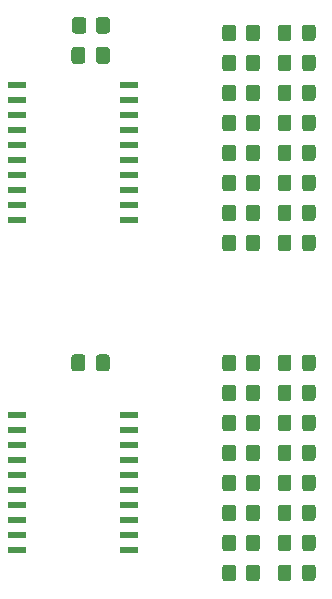
<source format=gbr>
%TF.GenerationSoftware,KiCad,Pcbnew,(5.1.8)-1*%
%TF.CreationDate,2024-07-21T13:57:18+03:00*%
%TF.ProjectId,STACK16,53544143-4b31-4362-9e6b-696361645f70,rev?*%
%TF.SameCoordinates,Original*%
%TF.FileFunction,Paste,Top*%
%TF.FilePolarity,Positive*%
%FSLAX46Y46*%
G04 Gerber Fmt 4.6, Leading zero omitted, Abs format (unit mm)*
G04 Created by KiCad (PCBNEW (5.1.8)-1) date 2024-07-21 13:57:18*
%MOMM*%
%LPD*%
G01*
G04 APERTURE LIST*
%ADD10R,1.500000X0.600000*%
G04 APERTURE END LIST*
D10*
%TO.C,U2*%
X65710000Y-60325000D03*
X65710000Y-61595000D03*
X65710000Y-62865000D03*
X65710000Y-64135000D03*
X65710000Y-65405000D03*
X65710000Y-66675000D03*
X65710000Y-67945000D03*
X65710000Y-69215000D03*
X65710000Y-70485000D03*
X65710000Y-71755000D03*
X56210000Y-71755000D03*
X56210000Y-70485000D03*
X56210000Y-69215000D03*
X56210000Y-67945000D03*
X56210000Y-60325000D03*
X56210000Y-61595000D03*
X56210000Y-62865000D03*
X56210000Y-64135000D03*
X56210000Y-65405000D03*
X56210000Y-66675000D03*
%TD*%
%TO.C,R17*%
G36*
G01*
X74800000Y-73209999D02*
X74800000Y-74110001D01*
G75*
G02*
X74550001Y-74360000I-249999J0D01*
G01*
X73849999Y-74360000D01*
G75*
G02*
X73600000Y-74110001I0J249999D01*
G01*
X73600000Y-73209999D01*
G75*
G02*
X73849999Y-72960000I249999J0D01*
G01*
X74550001Y-72960000D01*
G75*
G02*
X74800000Y-73209999I0J-249999D01*
G01*
G37*
G36*
G01*
X76800000Y-73209999D02*
X76800000Y-74110001D01*
G75*
G02*
X76550001Y-74360000I-249999J0D01*
G01*
X75849999Y-74360000D01*
G75*
G02*
X75600000Y-74110001I0J249999D01*
G01*
X75600000Y-73209999D01*
G75*
G02*
X75849999Y-72960000I249999J0D01*
G01*
X76550001Y-72960000D01*
G75*
G02*
X76800000Y-73209999I0J-249999D01*
G01*
G37*
%TD*%
%TO.C,R16*%
G36*
G01*
X74800000Y-70669999D02*
X74800000Y-71570001D01*
G75*
G02*
X74550001Y-71820000I-249999J0D01*
G01*
X73849999Y-71820000D01*
G75*
G02*
X73600000Y-71570001I0J249999D01*
G01*
X73600000Y-70669999D01*
G75*
G02*
X73849999Y-70420000I249999J0D01*
G01*
X74550001Y-70420000D01*
G75*
G02*
X74800000Y-70669999I0J-249999D01*
G01*
G37*
G36*
G01*
X76800000Y-70669999D02*
X76800000Y-71570001D01*
G75*
G02*
X76550001Y-71820000I-249999J0D01*
G01*
X75849999Y-71820000D01*
G75*
G02*
X75600000Y-71570001I0J249999D01*
G01*
X75600000Y-70669999D01*
G75*
G02*
X75849999Y-70420000I249999J0D01*
G01*
X76550001Y-70420000D01*
G75*
G02*
X76800000Y-70669999I0J-249999D01*
G01*
G37*
%TD*%
%TO.C,R15*%
G36*
G01*
X74800000Y-68129999D02*
X74800000Y-69030001D01*
G75*
G02*
X74550001Y-69280000I-249999J0D01*
G01*
X73849999Y-69280000D01*
G75*
G02*
X73600000Y-69030001I0J249999D01*
G01*
X73600000Y-68129999D01*
G75*
G02*
X73849999Y-67880000I249999J0D01*
G01*
X74550001Y-67880000D01*
G75*
G02*
X74800000Y-68129999I0J-249999D01*
G01*
G37*
G36*
G01*
X76800000Y-68129999D02*
X76800000Y-69030001D01*
G75*
G02*
X76550001Y-69280000I-249999J0D01*
G01*
X75849999Y-69280000D01*
G75*
G02*
X75600000Y-69030001I0J249999D01*
G01*
X75600000Y-68129999D01*
G75*
G02*
X75849999Y-67880000I249999J0D01*
G01*
X76550001Y-67880000D01*
G75*
G02*
X76800000Y-68129999I0J-249999D01*
G01*
G37*
%TD*%
%TO.C,R14*%
G36*
G01*
X74800000Y-65589999D02*
X74800000Y-66490001D01*
G75*
G02*
X74550001Y-66740000I-249999J0D01*
G01*
X73849999Y-66740000D01*
G75*
G02*
X73600000Y-66490001I0J249999D01*
G01*
X73600000Y-65589999D01*
G75*
G02*
X73849999Y-65340000I249999J0D01*
G01*
X74550001Y-65340000D01*
G75*
G02*
X74800000Y-65589999I0J-249999D01*
G01*
G37*
G36*
G01*
X76800000Y-65589999D02*
X76800000Y-66490001D01*
G75*
G02*
X76550001Y-66740000I-249999J0D01*
G01*
X75849999Y-66740000D01*
G75*
G02*
X75600000Y-66490001I0J249999D01*
G01*
X75600000Y-65589999D01*
G75*
G02*
X75849999Y-65340000I249999J0D01*
G01*
X76550001Y-65340000D01*
G75*
G02*
X76800000Y-65589999I0J-249999D01*
G01*
G37*
%TD*%
%TO.C,R13*%
G36*
G01*
X74800000Y-63049999D02*
X74800000Y-63950001D01*
G75*
G02*
X74550001Y-64200000I-249999J0D01*
G01*
X73849999Y-64200000D01*
G75*
G02*
X73600000Y-63950001I0J249999D01*
G01*
X73600000Y-63049999D01*
G75*
G02*
X73849999Y-62800000I249999J0D01*
G01*
X74550001Y-62800000D01*
G75*
G02*
X74800000Y-63049999I0J-249999D01*
G01*
G37*
G36*
G01*
X76800000Y-63049999D02*
X76800000Y-63950001D01*
G75*
G02*
X76550001Y-64200000I-249999J0D01*
G01*
X75849999Y-64200000D01*
G75*
G02*
X75600000Y-63950001I0J249999D01*
G01*
X75600000Y-63049999D01*
G75*
G02*
X75849999Y-62800000I249999J0D01*
G01*
X76550001Y-62800000D01*
G75*
G02*
X76800000Y-63049999I0J-249999D01*
G01*
G37*
%TD*%
%TO.C,R12*%
G36*
G01*
X74800000Y-60509999D02*
X74800000Y-61410001D01*
G75*
G02*
X74550001Y-61660000I-249999J0D01*
G01*
X73849999Y-61660000D01*
G75*
G02*
X73600000Y-61410001I0J249999D01*
G01*
X73600000Y-60509999D01*
G75*
G02*
X73849999Y-60260000I249999J0D01*
G01*
X74550001Y-60260000D01*
G75*
G02*
X74800000Y-60509999I0J-249999D01*
G01*
G37*
G36*
G01*
X76800000Y-60509999D02*
X76800000Y-61410001D01*
G75*
G02*
X76550001Y-61660000I-249999J0D01*
G01*
X75849999Y-61660000D01*
G75*
G02*
X75600000Y-61410001I0J249999D01*
G01*
X75600000Y-60509999D01*
G75*
G02*
X75849999Y-60260000I249999J0D01*
G01*
X76550001Y-60260000D01*
G75*
G02*
X76800000Y-60509999I0J-249999D01*
G01*
G37*
%TD*%
%TO.C,R11*%
G36*
G01*
X74800000Y-57969999D02*
X74800000Y-58870001D01*
G75*
G02*
X74550001Y-59120000I-249999J0D01*
G01*
X73849999Y-59120000D01*
G75*
G02*
X73600000Y-58870001I0J249999D01*
G01*
X73600000Y-57969999D01*
G75*
G02*
X73849999Y-57720000I249999J0D01*
G01*
X74550001Y-57720000D01*
G75*
G02*
X74800000Y-57969999I0J-249999D01*
G01*
G37*
G36*
G01*
X76800000Y-57969999D02*
X76800000Y-58870001D01*
G75*
G02*
X76550001Y-59120000I-249999J0D01*
G01*
X75849999Y-59120000D01*
G75*
G02*
X75600000Y-58870001I0J249999D01*
G01*
X75600000Y-57969999D01*
G75*
G02*
X75849999Y-57720000I249999J0D01*
G01*
X76550001Y-57720000D01*
G75*
G02*
X76800000Y-57969999I0J-249999D01*
G01*
G37*
%TD*%
%TO.C,R10*%
G36*
G01*
X74800000Y-55429999D02*
X74800000Y-56330001D01*
G75*
G02*
X74550001Y-56580000I-249999J0D01*
G01*
X73849999Y-56580000D01*
G75*
G02*
X73600000Y-56330001I0J249999D01*
G01*
X73600000Y-55429999D01*
G75*
G02*
X73849999Y-55180000I249999J0D01*
G01*
X74550001Y-55180000D01*
G75*
G02*
X74800000Y-55429999I0J-249999D01*
G01*
G37*
G36*
G01*
X76800000Y-55429999D02*
X76800000Y-56330001D01*
G75*
G02*
X76550001Y-56580000I-249999J0D01*
G01*
X75849999Y-56580000D01*
G75*
G02*
X75600000Y-56330001I0J249999D01*
G01*
X75600000Y-55429999D01*
G75*
G02*
X75849999Y-55180000I249999J0D01*
G01*
X76550001Y-55180000D01*
G75*
G02*
X76800000Y-55429999I0J-249999D01*
G01*
G37*
%TD*%
%TO.C,D16*%
G36*
G01*
X79460000Y-73209999D02*
X79460000Y-74110001D01*
G75*
G02*
X79210001Y-74360000I-249999J0D01*
G01*
X78559999Y-74360000D01*
G75*
G02*
X78310000Y-74110001I0J249999D01*
G01*
X78310000Y-73209999D01*
G75*
G02*
X78559999Y-72960000I249999J0D01*
G01*
X79210001Y-72960000D01*
G75*
G02*
X79460000Y-73209999I0J-249999D01*
G01*
G37*
G36*
G01*
X81510000Y-73209999D02*
X81510000Y-74110001D01*
G75*
G02*
X81260001Y-74360000I-249999J0D01*
G01*
X80609999Y-74360000D01*
G75*
G02*
X80360000Y-74110001I0J249999D01*
G01*
X80360000Y-73209999D01*
G75*
G02*
X80609999Y-72960000I249999J0D01*
G01*
X81260001Y-72960000D01*
G75*
G02*
X81510000Y-73209999I0J-249999D01*
G01*
G37*
%TD*%
%TO.C,D15*%
G36*
G01*
X79460000Y-70669999D02*
X79460000Y-71570001D01*
G75*
G02*
X79210001Y-71820000I-249999J0D01*
G01*
X78559999Y-71820000D01*
G75*
G02*
X78310000Y-71570001I0J249999D01*
G01*
X78310000Y-70669999D01*
G75*
G02*
X78559999Y-70420000I249999J0D01*
G01*
X79210001Y-70420000D01*
G75*
G02*
X79460000Y-70669999I0J-249999D01*
G01*
G37*
G36*
G01*
X81510000Y-70669999D02*
X81510000Y-71570001D01*
G75*
G02*
X81260001Y-71820000I-249999J0D01*
G01*
X80609999Y-71820000D01*
G75*
G02*
X80360000Y-71570001I0J249999D01*
G01*
X80360000Y-70669999D01*
G75*
G02*
X80609999Y-70420000I249999J0D01*
G01*
X81260001Y-70420000D01*
G75*
G02*
X81510000Y-70669999I0J-249999D01*
G01*
G37*
%TD*%
%TO.C,D14*%
G36*
G01*
X79460000Y-68129999D02*
X79460000Y-69030001D01*
G75*
G02*
X79210001Y-69280000I-249999J0D01*
G01*
X78559999Y-69280000D01*
G75*
G02*
X78310000Y-69030001I0J249999D01*
G01*
X78310000Y-68129999D01*
G75*
G02*
X78559999Y-67880000I249999J0D01*
G01*
X79210001Y-67880000D01*
G75*
G02*
X79460000Y-68129999I0J-249999D01*
G01*
G37*
G36*
G01*
X81510000Y-68129999D02*
X81510000Y-69030001D01*
G75*
G02*
X81260001Y-69280000I-249999J0D01*
G01*
X80609999Y-69280000D01*
G75*
G02*
X80360000Y-69030001I0J249999D01*
G01*
X80360000Y-68129999D01*
G75*
G02*
X80609999Y-67880000I249999J0D01*
G01*
X81260001Y-67880000D01*
G75*
G02*
X81510000Y-68129999I0J-249999D01*
G01*
G37*
%TD*%
%TO.C,D13*%
G36*
G01*
X79460000Y-65589999D02*
X79460000Y-66490001D01*
G75*
G02*
X79210001Y-66740000I-249999J0D01*
G01*
X78559999Y-66740000D01*
G75*
G02*
X78310000Y-66490001I0J249999D01*
G01*
X78310000Y-65589999D01*
G75*
G02*
X78559999Y-65340000I249999J0D01*
G01*
X79210001Y-65340000D01*
G75*
G02*
X79460000Y-65589999I0J-249999D01*
G01*
G37*
G36*
G01*
X81510000Y-65589999D02*
X81510000Y-66490001D01*
G75*
G02*
X81260001Y-66740000I-249999J0D01*
G01*
X80609999Y-66740000D01*
G75*
G02*
X80360000Y-66490001I0J249999D01*
G01*
X80360000Y-65589999D01*
G75*
G02*
X80609999Y-65340000I249999J0D01*
G01*
X81260001Y-65340000D01*
G75*
G02*
X81510000Y-65589999I0J-249999D01*
G01*
G37*
%TD*%
%TO.C,D12*%
G36*
G01*
X79460000Y-63049999D02*
X79460000Y-63950001D01*
G75*
G02*
X79210001Y-64200000I-249999J0D01*
G01*
X78559999Y-64200000D01*
G75*
G02*
X78310000Y-63950001I0J249999D01*
G01*
X78310000Y-63049999D01*
G75*
G02*
X78559999Y-62800000I249999J0D01*
G01*
X79210001Y-62800000D01*
G75*
G02*
X79460000Y-63049999I0J-249999D01*
G01*
G37*
G36*
G01*
X81510000Y-63049999D02*
X81510000Y-63950001D01*
G75*
G02*
X81260001Y-64200000I-249999J0D01*
G01*
X80609999Y-64200000D01*
G75*
G02*
X80360000Y-63950001I0J249999D01*
G01*
X80360000Y-63049999D01*
G75*
G02*
X80609999Y-62800000I249999J0D01*
G01*
X81260001Y-62800000D01*
G75*
G02*
X81510000Y-63049999I0J-249999D01*
G01*
G37*
%TD*%
%TO.C,D11*%
G36*
G01*
X79460000Y-60509999D02*
X79460000Y-61410001D01*
G75*
G02*
X79210001Y-61660000I-249999J0D01*
G01*
X78559999Y-61660000D01*
G75*
G02*
X78310000Y-61410001I0J249999D01*
G01*
X78310000Y-60509999D01*
G75*
G02*
X78559999Y-60260000I249999J0D01*
G01*
X79210001Y-60260000D01*
G75*
G02*
X79460000Y-60509999I0J-249999D01*
G01*
G37*
G36*
G01*
X81510000Y-60509999D02*
X81510000Y-61410001D01*
G75*
G02*
X81260001Y-61660000I-249999J0D01*
G01*
X80609999Y-61660000D01*
G75*
G02*
X80360000Y-61410001I0J249999D01*
G01*
X80360000Y-60509999D01*
G75*
G02*
X80609999Y-60260000I249999J0D01*
G01*
X81260001Y-60260000D01*
G75*
G02*
X81510000Y-60509999I0J-249999D01*
G01*
G37*
%TD*%
%TO.C,D10*%
G36*
G01*
X79460000Y-57969999D02*
X79460000Y-58870001D01*
G75*
G02*
X79210001Y-59120000I-249999J0D01*
G01*
X78559999Y-59120000D01*
G75*
G02*
X78310000Y-58870001I0J249999D01*
G01*
X78310000Y-57969999D01*
G75*
G02*
X78559999Y-57720000I249999J0D01*
G01*
X79210001Y-57720000D01*
G75*
G02*
X79460000Y-57969999I0J-249999D01*
G01*
G37*
G36*
G01*
X81510000Y-57969999D02*
X81510000Y-58870001D01*
G75*
G02*
X81260001Y-59120000I-249999J0D01*
G01*
X80609999Y-59120000D01*
G75*
G02*
X80360000Y-58870001I0J249999D01*
G01*
X80360000Y-57969999D01*
G75*
G02*
X80609999Y-57720000I249999J0D01*
G01*
X81260001Y-57720000D01*
G75*
G02*
X81510000Y-57969999I0J-249999D01*
G01*
G37*
%TD*%
%TO.C,D9*%
G36*
G01*
X79460000Y-55429999D02*
X79460000Y-56330001D01*
G75*
G02*
X79210001Y-56580000I-249999J0D01*
G01*
X78559999Y-56580000D01*
G75*
G02*
X78310000Y-56330001I0J249999D01*
G01*
X78310000Y-55429999D01*
G75*
G02*
X78559999Y-55180000I249999J0D01*
G01*
X79210001Y-55180000D01*
G75*
G02*
X79460000Y-55429999I0J-249999D01*
G01*
G37*
G36*
G01*
X81510000Y-55429999D02*
X81510000Y-56330001D01*
G75*
G02*
X81260001Y-56580000I-249999J0D01*
G01*
X80609999Y-56580000D01*
G75*
G02*
X80360000Y-56330001I0J249999D01*
G01*
X80360000Y-55429999D01*
G75*
G02*
X80609999Y-55180000I249999J0D01*
G01*
X81260001Y-55180000D01*
G75*
G02*
X81510000Y-55429999I0J-249999D01*
G01*
G37*
%TD*%
%TO.C,C2*%
G36*
G01*
X62012500Y-55405000D02*
X62012500Y-56355000D01*
G75*
G02*
X61762500Y-56605000I-250000J0D01*
G01*
X61087500Y-56605000D01*
G75*
G02*
X60837500Y-56355000I0J250000D01*
G01*
X60837500Y-55405000D01*
G75*
G02*
X61087500Y-55155000I250000J0D01*
G01*
X61762500Y-55155000D01*
G75*
G02*
X62012500Y-55405000I0J-250000D01*
G01*
G37*
G36*
G01*
X64087500Y-55405000D02*
X64087500Y-56355000D01*
G75*
G02*
X63837500Y-56605000I-250000J0D01*
G01*
X63162500Y-56605000D01*
G75*
G02*
X62912500Y-56355000I0J250000D01*
G01*
X62912500Y-55405000D01*
G75*
G02*
X63162500Y-55155000I250000J0D01*
G01*
X63837500Y-55155000D01*
G75*
G02*
X64087500Y-55405000I0J-250000D01*
G01*
G37*
%TD*%
%TO.C,R9*%
G36*
G01*
X62900000Y-27755001D02*
X62900000Y-26854999D01*
G75*
G02*
X63149999Y-26605000I249999J0D01*
G01*
X63850001Y-26605000D01*
G75*
G02*
X64100000Y-26854999I0J-249999D01*
G01*
X64100000Y-27755001D01*
G75*
G02*
X63850001Y-28005000I-249999J0D01*
G01*
X63149999Y-28005000D01*
G75*
G02*
X62900000Y-27755001I0J249999D01*
G01*
G37*
G36*
G01*
X60900000Y-27755001D02*
X60900000Y-26854999D01*
G75*
G02*
X61149999Y-26605000I249999J0D01*
G01*
X61850001Y-26605000D01*
G75*
G02*
X62100000Y-26854999I0J-249999D01*
G01*
X62100000Y-27755001D01*
G75*
G02*
X61850001Y-28005000I-249999J0D01*
G01*
X61149999Y-28005000D01*
G75*
G02*
X60900000Y-27755001I0J249999D01*
G01*
G37*
%TD*%
%TO.C,C1*%
G36*
G01*
X64087500Y-29370000D02*
X64087500Y-30320000D01*
G75*
G02*
X63837500Y-30570000I-250000J0D01*
G01*
X63162500Y-30570000D01*
G75*
G02*
X62912500Y-30320000I0J250000D01*
G01*
X62912500Y-29370000D01*
G75*
G02*
X63162500Y-29120000I250000J0D01*
G01*
X63837500Y-29120000D01*
G75*
G02*
X64087500Y-29370000I0J-250000D01*
G01*
G37*
G36*
G01*
X62012500Y-29370000D02*
X62012500Y-30320000D01*
G75*
G02*
X61762500Y-30570000I-250000J0D01*
G01*
X61087500Y-30570000D01*
G75*
G02*
X60837500Y-30320000I0J250000D01*
G01*
X60837500Y-29370000D01*
G75*
G02*
X61087500Y-29120000I250000J0D01*
G01*
X61762500Y-29120000D01*
G75*
G02*
X62012500Y-29370000I0J-250000D01*
G01*
G37*
%TD*%
%TO.C,D1*%
G36*
G01*
X81510000Y-27489999D02*
X81510000Y-28390001D01*
G75*
G02*
X81260001Y-28640000I-249999J0D01*
G01*
X80609999Y-28640000D01*
G75*
G02*
X80360000Y-28390001I0J249999D01*
G01*
X80360000Y-27489999D01*
G75*
G02*
X80609999Y-27240000I249999J0D01*
G01*
X81260001Y-27240000D01*
G75*
G02*
X81510000Y-27489999I0J-249999D01*
G01*
G37*
G36*
G01*
X79460000Y-27489999D02*
X79460000Y-28390001D01*
G75*
G02*
X79210001Y-28640000I-249999J0D01*
G01*
X78559999Y-28640000D01*
G75*
G02*
X78310000Y-28390001I0J249999D01*
G01*
X78310000Y-27489999D01*
G75*
G02*
X78559999Y-27240000I249999J0D01*
G01*
X79210001Y-27240000D01*
G75*
G02*
X79460000Y-27489999I0J-249999D01*
G01*
G37*
%TD*%
%TO.C,D2*%
G36*
G01*
X81510000Y-30029999D02*
X81510000Y-30930001D01*
G75*
G02*
X81260001Y-31180000I-249999J0D01*
G01*
X80609999Y-31180000D01*
G75*
G02*
X80360000Y-30930001I0J249999D01*
G01*
X80360000Y-30029999D01*
G75*
G02*
X80609999Y-29780000I249999J0D01*
G01*
X81260001Y-29780000D01*
G75*
G02*
X81510000Y-30029999I0J-249999D01*
G01*
G37*
G36*
G01*
X79460000Y-30029999D02*
X79460000Y-30930001D01*
G75*
G02*
X79210001Y-31180000I-249999J0D01*
G01*
X78559999Y-31180000D01*
G75*
G02*
X78310000Y-30930001I0J249999D01*
G01*
X78310000Y-30029999D01*
G75*
G02*
X78559999Y-29780000I249999J0D01*
G01*
X79210001Y-29780000D01*
G75*
G02*
X79460000Y-30029999I0J-249999D01*
G01*
G37*
%TD*%
%TO.C,D3*%
G36*
G01*
X79460000Y-32569999D02*
X79460000Y-33470001D01*
G75*
G02*
X79210001Y-33720000I-249999J0D01*
G01*
X78559999Y-33720000D01*
G75*
G02*
X78310000Y-33470001I0J249999D01*
G01*
X78310000Y-32569999D01*
G75*
G02*
X78559999Y-32320000I249999J0D01*
G01*
X79210001Y-32320000D01*
G75*
G02*
X79460000Y-32569999I0J-249999D01*
G01*
G37*
G36*
G01*
X81510000Y-32569999D02*
X81510000Y-33470001D01*
G75*
G02*
X81260001Y-33720000I-249999J0D01*
G01*
X80609999Y-33720000D01*
G75*
G02*
X80360000Y-33470001I0J249999D01*
G01*
X80360000Y-32569999D01*
G75*
G02*
X80609999Y-32320000I249999J0D01*
G01*
X81260001Y-32320000D01*
G75*
G02*
X81510000Y-32569999I0J-249999D01*
G01*
G37*
%TD*%
%TO.C,D4*%
G36*
G01*
X81510000Y-35109999D02*
X81510000Y-36010001D01*
G75*
G02*
X81260001Y-36260000I-249999J0D01*
G01*
X80609999Y-36260000D01*
G75*
G02*
X80360000Y-36010001I0J249999D01*
G01*
X80360000Y-35109999D01*
G75*
G02*
X80609999Y-34860000I249999J0D01*
G01*
X81260001Y-34860000D01*
G75*
G02*
X81510000Y-35109999I0J-249999D01*
G01*
G37*
G36*
G01*
X79460000Y-35109999D02*
X79460000Y-36010001D01*
G75*
G02*
X79210001Y-36260000I-249999J0D01*
G01*
X78559999Y-36260000D01*
G75*
G02*
X78310000Y-36010001I0J249999D01*
G01*
X78310000Y-35109999D01*
G75*
G02*
X78559999Y-34860000I249999J0D01*
G01*
X79210001Y-34860000D01*
G75*
G02*
X79460000Y-35109999I0J-249999D01*
G01*
G37*
%TD*%
%TO.C,D5*%
G36*
G01*
X79460000Y-37649999D02*
X79460000Y-38550001D01*
G75*
G02*
X79210001Y-38800000I-249999J0D01*
G01*
X78559999Y-38800000D01*
G75*
G02*
X78310000Y-38550001I0J249999D01*
G01*
X78310000Y-37649999D01*
G75*
G02*
X78559999Y-37400000I249999J0D01*
G01*
X79210001Y-37400000D01*
G75*
G02*
X79460000Y-37649999I0J-249999D01*
G01*
G37*
G36*
G01*
X81510000Y-37649999D02*
X81510000Y-38550001D01*
G75*
G02*
X81260001Y-38800000I-249999J0D01*
G01*
X80609999Y-38800000D01*
G75*
G02*
X80360000Y-38550001I0J249999D01*
G01*
X80360000Y-37649999D01*
G75*
G02*
X80609999Y-37400000I249999J0D01*
G01*
X81260001Y-37400000D01*
G75*
G02*
X81510000Y-37649999I0J-249999D01*
G01*
G37*
%TD*%
%TO.C,D6*%
G36*
G01*
X79460000Y-40189999D02*
X79460000Y-41090001D01*
G75*
G02*
X79210001Y-41340000I-249999J0D01*
G01*
X78559999Y-41340000D01*
G75*
G02*
X78310000Y-41090001I0J249999D01*
G01*
X78310000Y-40189999D01*
G75*
G02*
X78559999Y-39940000I249999J0D01*
G01*
X79210001Y-39940000D01*
G75*
G02*
X79460000Y-40189999I0J-249999D01*
G01*
G37*
G36*
G01*
X81510000Y-40189999D02*
X81510000Y-41090001D01*
G75*
G02*
X81260001Y-41340000I-249999J0D01*
G01*
X80609999Y-41340000D01*
G75*
G02*
X80360000Y-41090001I0J249999D01*
G01*
X80360000Y-40189999D01*
G75*
G02*
X80609999Y-39940000I249999J0D01*
G01*
X81260001Y-39940000D01*
G75*
G02*
X81510000Y-40189999I0J-249999D01*
G01*
G37*
%TD*%
%TO.C,D7*%
G36*
G01*
X79460000Y-42729999D02*
X79460000Y-43630001D01*
G75*
G02*
X79210001Y-43880000I-249999J0D01*
G01*
X78559999Y-43880000D01*
G75*
G02*
X78310000Y-43630001I0J249999D01*
G01*
X78310000Y-42729999D01*
G75*
G02*
X78559999Y-42480000I249999J0D01*
G01*
X79210001Y-42480000D01*
G75*
G02*
X79460000Y-42729999I0J-249999D01*
G01*
G37*
G36*
G01*
X81510000Y-42729999D02*
X81510000Y-43630001D01*
G75*
G02*
X81260001Y-43880000I-249999J0D01*
G01*
X80609999Y-43880000D01*
G75*
G02*
X80360000Y-43630001I0J249999D01*
G01*
X80360000Y-42729999D01*
G75*
G02*
X80609999Y-42480000I249999J0D01*
G01*
X81260001Y-42480000D01*
G75*
G02*
X81510000Y-42729999I0J-249999D01*
G01*
G37*
%TD*%
%TO.C,D8*%
G36*
G01*
X81510000Y-45269999D02*
X81510000Y-46170001D01*
G75*
G02*
X81260001Y-46420000I-249999J0D01*
G01*
X80609999Y-46420000D01*
G75*
G02*
X80360000Y-46170001I0J249999D01*
G01*
X80360000Y-45269999D01*
G75*
G02*
X80609999Y-45020000I249999J0D01*
G01*
X81260001Y-45020000D01*
G75*
G02*
X81510000Y-45269999I0J-249999D01*
G01*
G37*
G36*
G01*
X79460000Y-45269999D02*
X79460000Y-46170001D01*
G75*
G02*
X79210001Y-46420000I-249999J0D01*
G01*
X78559999Y-46420000D01*
G75*
G02*
X78310000Y-46170001I0J249999D01*
G01*
X78310000Y-45269999D01*
G75*
G02*
X78559999Y-45020000I249999J0D01*
G01*
X79210001Y-45020000D01*
G75*
G02*
X79460000Y-45269999I0J-249999D01*
G01*
G37*
%TD*%
%TO.C,R1*%
G36*
G01*
X76800000Y-27489999D02*
X76800000Y-28390001D01*
G75*
G02*
X76550001Y-28640000I-249999J0D01*
G01*
X75849999Y-28640000D01*
G75*
G02*
X75600000Y-28390001I0J249999D01*
G01*
X75600000Y-27489999D01*
G75*
G02*
X75849999Y-27240000I249999J0D01*
G01*
X76550001Y-27240000D01*
G75*
G02*
X76800000Y-27489999I0J-249999D01*
G01*
G37*
G36*
G01*
X74800000Y-27489999D02*
X74800000Y-28390001D01*
G75*
G02*
X74550001Y-28640000I-249999J0D01*
G01*
X73849999Y-28640000D01*
G75*
G02*
X73600000Y-28390001I0J249999D01*
G01*
X73600000Y-27489999D01*
G75*
G02*
X73849999Y-27240000I249999J0D01*
G01*
X74550001Y-27240000D01*
G75*
G02*
X74800000Y-27489999I0J-249999D01*
G01*
G37*
%TD*%
%TO.C,R2*%
G36*
G01*
X76800000Y-30029999D02*
X76800000Y-30930001D01*
G75*
G02*
X76550001Y-31180000I-249999J0D01*
G01*
X75849999Y-31180000D01*
G75*
G02*
X75600000Y-30930001I0J249999D01*
G01*
X75600000Y-30029999D01*
G75*
G02*
X75849999Y-29780000I249999J0D01*
G01*
X76550001Y-29780000D01*
G75*
G02*
X76800000Y-30029999I0J-249999D01*
G01*
G37*
G36*
G01*
X74800000Y-30029999D02*
X74800000Y-30930001D01*
G75*
G02*
X74550001Y-31180000I-249999J0D01*
G01*
X73849999Y-31180000D01*
G75*
G02*
X73600000Y-30930001I0J249999D01*
G01*
X73600000Y-30029999D01*
G75*
G02*
X73849999Y-29780000I249999J0D01*
G01*
X74550001Y-29780000D01*
G75*
G02*
X74800000Y-30029999I0J-249999D01*
G01*
G37*
%TD*%
%TO.C,R3*%
G36*
G01*
X74800000Y-32569999D02*
X74800000Y-33470001D01*
G75*
G02*
X74550001Y-33720000I-249999J0D01*
G01*
X73849999Y-33720000D01*
G75*
G02*
X73600000Y-33470001I0J249999D01*
G01*
X73600000Y-32569999D01*
G75*
G02*
X73849999Y-32320000I249999J0D01*
G01*
X74550001Y-32320000D01*
G75*
G02*
X74800000Y-32569999I0J-249999D01*
G01*
G37*
G36*
G01*
X76800000Y-32569999D02*
X76800000Y-33470001D01*
G75*
G02*
X76550001Y-33720000I-249999J0D01*
G01*
X75849999Y-33720000D01*
G75*
G02*
X75600000Y-33470001I0J249999D01*
G01*
X75600000Y-32569999D01*
G75*
G02*
X75849999Y-32320000I249999J0D01*
G01*
X76550001Y-32320000D01*
G75*
G02*
X76800000Y-32569999I0J-249999D01*
G01*
G37*
%TD*%
%TO.C,R4*%
G36*
G01*
X74800000Y-35109999D02*
X74800000Y-36010001D01*
G75*
G02*
X74550001Y-36260000I-249999J0D01*
G01*
X73849999Y-36260000D01*
G75*
G02*
X73600000Y-36010001I0J249999D01*
G01*
X73600000Y-35109999D01*
G75*
G02*
X73849999Y-34860000I249999J0D01*
G01*
X74550001Y-34860000D01*
G75*
G02*
X74800000Y-35109999I0J-249999D01*
G01*
G37*
G36*
G01*
X76800000Y-35109999D02*
X76800000Y-36010001D01*
G75*
G02*
X76550001Y-36260000I-249999J0D01*
G01*
X75849999Y-36260000D01*
G75*
G02*
X75600000Y-36010001I0J249999D01*
G01*
X75600000Y-35109999D01*
G75*
G02*
X75849999Y-34860000I249999J0D01*
G01*
X76550001Y-34860000D01*
G75*
G02*
X76800000Y-35109999I0J-249999D01*
G01*
G37*
%TD*%
%TO.C,R5*%
G36*
G01*
X76800000Y-37649999D02*
X76800000Y-38550001D01*
G75*
G02*
X76550001Y-38800000I-249999J0D01*
G01*
X75849999Y-38800000D01*
G75*
G02*
X75600000Y-38550001I0J249999D01*
G01*
X75600000Y-37649999D01*
G75*
G02*
X75849999Y-37400000I249999J0D01*
G01*
X76550001Y-37400000D01*
G75*
G02*
X76800000Y-37649999I0J-249999D01*
G01*
G37*
G36*
G01*
X74800000Y-37649999D02*
X74800000Y-38550001D01*
G75*
G02*
X74550001Y-38800000I-249999J0D01*
G01*
X73849999Y-38800000D01*
G75*
G02*
X73600000Y-38550001I0J249999D01*
G01*
X73600000Y-37649999D01*
G75*
G02*
X73849999Y-37400000I249999J0D01*
G01*
X74550001Y-37400000D01*
G75*
G02*
X74800000Y-37649999I0J-249999D01*
G01*
G37*
%TD*%
%TO.C,R6*%
G36*
G01*
X74800000Y-40189999D02*
X74800000Y-41090001D01*
G75*
G02*
X74550001Y-41340000I-249999J0D01*
G01*
X73849999Y-41340000D01*
G75*
G02*
X73600000Y-41090001I0J249999D01*
G01*
X73600000Y-40189999D01*
G75*
G02*
X73849999Y-39940000I249999J0D01*
G01*
X74550001Y-39940000D01*
G75*
G02*
X74800000Y-40189999I0J-249999D01*
G01*
G37*
G36*
G01*
X76800000Y-40189999D02*
X76800000Y-41090001D01*
G75*
G02*
X76550001Y-41340000I-249999J0D01*
G01*
X75849999Y-41340000D01*
G75*
G02*
X75600000Y-41090001I0J249999D01*
G01*
X75600000Y-40189999D01*
G75*
G02*
X75849999Y-39940000I249999J0D01*
G01*
X76550001Y-39940000D01*
G75*
G02*
X76800000Y-40189999I0J-249999D01*
G01*
G37*
%TD*%
%TO.C,R7*%
G36*
G01*
X74800000Y-42729999D02*
X74800000Y-43630001D01*
G75*
G02*
X74550001Y-43880000I-249999J0D01*
G01*
X73849999Y-43880000D01*
G75*
G02*
X73600000Y-43630001I0J249999D01*
G01*
X73600000Y-42729999D01*
G75*
G02*
X73849999Y-42480000I249999J0D01*
G01*
X74550001Y-42480000D01*
G75*
G02*
X74800000Y-42729999I0J-249999D01*
G01*
G37*
G36*
G01*
X76800000Y-42729999D02*
X76800000Y-43630001D01*
G75*
G02*
X76550001Y-43880000I-249999J0D01*
G01*
X75849999Y-43880000D01*
G75*
G02*
X75600000Y-43630001I0J249999D01*
G01*
X75600000Y-42729999D01*
G75*
G02*
X75849999Y-42480000I249999J0D01*
G01*
X76550001Y-42480000D01*
G75*
G02*
X76800000Y-42729999I0J-249999D01*
G01*
G37*
%TD*%
%TO.C,R8*%
G36*
G01*
X76800000Y-45269999D02*
X76800000Y-46170001D01*
G75*
G02*
X76550001Y-46420000I-249999J0D01*
G01*
X75849999Y-46420000D01*
G75*
G02*
X75600000Y-46170001I0J249999D01*
G01*
X75600000Y-45269999D01*
G75*
G02*
X75849999Y-45020000I249999J0D01*
G01*
X76550001Y-45020000D01*
G75*
G02*
X76800000Y-45269999I0J-249999D01*
G01*
G37*
G36*
G01*
X74800000Y-45269999D02*
X74800000Y-46170001D01*
G75*
G02*
X74550001Y-46420000I-249999J0D01*
G01*
X73849999Y-46420000D01*
G75*
G02*
X73600000Y-46170001I0J249999D01*
G01*
X73600000Y-45269999D01*
G75*
G02*
X73849999Y-45020000I249999J0D01*
G01*
X74550001Y-45020000D01*
G75*
G02*
X74800000Y-45269999I0J-249999D01*
G01*
G37*
%TD*%
%TO.C,U1*%
X56210000Y-38735000D03*
X56210000Y-37465000D03*
X56210000Y-36195000D03*
X56210000Y-34925000D03*
X56210000Y-33655000D03*
X56210000Y-32385000D03*
X56210000Y-40005000D03*
X56210000Y-41275000D03*
X56210000Y-42545000D03*
X56210000Y-43815000D03*
X65710000Y-43815000D03*
X65710000Y-42545000D03*
X65710000Y-41275000D03*
X65710000Y-40005000D03*
X65710000Y-38735000D03*
X65710000Y-37465000D03*
X65710000Y-36195000D03*
X65710000Y-34925000D03*
X65710000Y-33655000D03*
X65710000Y-32385000D03*
%TD*%
M02*

</source>
